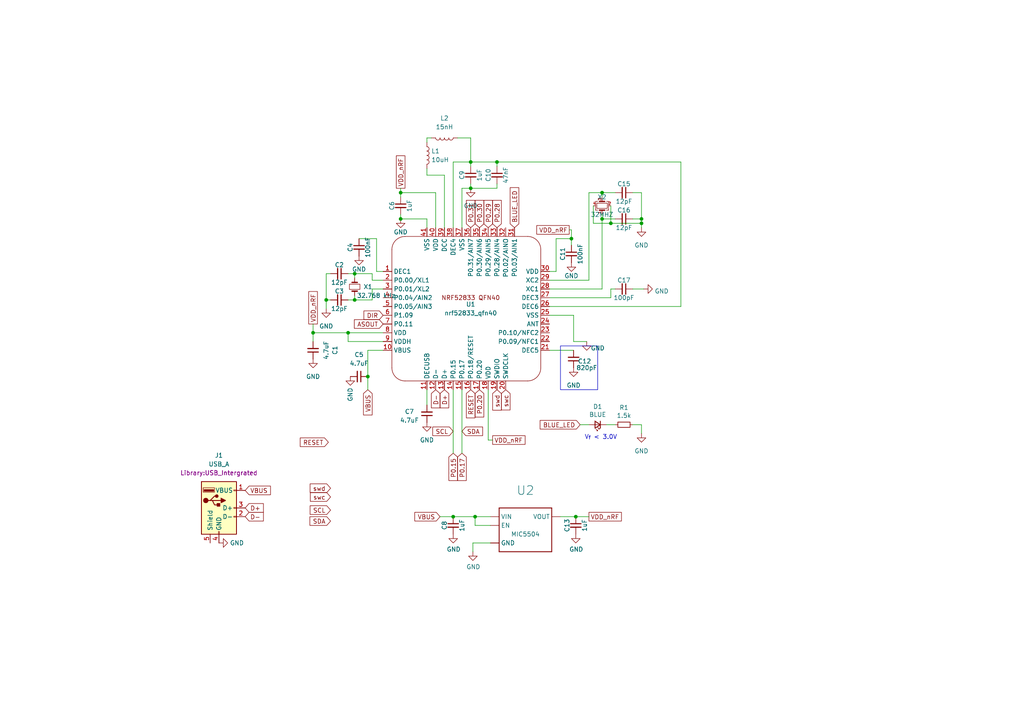
<source format=kicad_sch>
(kicad_sch (version 20231120) (generator "eeschema") (generator_version "8.0")
  (paper "A4")
  (title_block (title "ScrollKnobV3") (date "2022-07-18") (company "Tongtong.Inc"))
  (lib_symbols
    (symbol "C_Small_1" (pin_numbers hide) (pin_names (offset 0.254) hide)
      (property "Reference" "C" (at 0.254 1.778 0))
      (property "Value" "C_Small" (at 0.254 -2.032 0))
      (symbol "C_Small_1_0_1"
        (polyline (pts (xy -1.524 -0.508) (xy 1.524 -0.508)) (stroke (width 0.3302)))
        (polyline (pts (xy -1.524 0.508) (xy 1.524 0.508)) (stroke (width 0.3048)))
      )
      (symbol "C_Small_1_1_1"
        (pin passive line (at 0 2.54 270) (length 2.032) (name "~") (number "1"))
        (pin passive line (at 0 -2.54 90) (length 2.032) (name "~") (number "2"))
      )
    )
    (symbol "Connector:USB_A" (pin_names (offset 1.016))
      (property "Reference" "J" (at -5.08 11.43 0))
      (property "Value" "USB_A" (at -5.08 8.89 0))
      (property "Footprint" "Library:USB_Male_Midmount" (at 3.81 -1.27 0))
      (symbol "USB_A_0_1"
        (rectangle (start -5.08 -7.62) (end 5.08 7.62) (stroke (width 0.254)) (fill (type background)))
        (circle (center -3.81 2.159) (radius 0.635) (stroke (width 0.254)) (fill (type outline)))
        (rectangle (start -1.524 4.826) (end -4.318 5.334) (fill (type outline)))
        (rectangle (start -1.27 4.572) (end -4.572 5.842))
        (circle (center -0.635 3.429) (radius 0.381) (stroke (width 0.254)) (fill (type outline)))
        (rectangle (start -0.127 -7.62) (end 0.127 -6.858))
        (polyline (pts (xy -3.175 2.159) (xy -2.54 2.159) (xy -1.27 3.429) (xy -0.635 3.429)) (stroke (width 0.254)))
        (polyline (pts (xy -2.54 2.159) (xy -1.905 2.159) (xy -1.27 0.889) (xy 0 0.889)) (stroke (width 0.254)))
        (polyline (pts (xy 0.635 2.794) (xy 0.635 1.524) (xy 1.905 2.159) (xy 0.635 2.794)) (stroke (width 0.254)) (fill (type outline)))
        (rectangle (start 0.254 1.27) (end -0.508 0.508) (stroke (width 0.254)) (fill (type outline)))
        (rectangle (start 5.08 -2.667) (end 4.318 -2.413))
        (rectangle (start 5.08 -0.127) (end 4.318 0.127))
        (rectangle (start 5.08 4.953) (end 4.318 5.207))
      )
      (symbol "USB_A_1_1"
        (polyline (pts (xy -1.905 2.159) (xy 0.635 2.159)) (stroke (width 0.254)))
        (pin power_in line (at 7.62 5.08 180) (length 2.54) (name "VBUS") (number "1"))
        (pin bidirectional line (at 7.62 -2.54 180) (length 2.54) (name "D-") (number "2"))
        (pin bidirectional line (at 7.62 0 180) (length 2.54) (name "D+") (number "3"))
        (pin power_in line (at 0 -10.16 90) (length 2.54) (name "GND") (number "4"))
        (pin passive line (at -2.54 -10.16 90) (length 2.54) (name "Shield") (number "5"))
      )
    )
    (symbol "Device:C_Small" (pin_numbers hide) (pin_names (offset 0.254) hide)
      (property "Reference" "C" (at 0.254 1.778 0))
      (property "Value" "C_Small" (at 0.254 -2.032 0))
      (symbol "C_Small_0_1"
        (polyline (pts (xy -1.524 -0.508) (xy 1.524 -0.508)) (stroke (width 0.3302)))
        (polyline (pts (xy -1.524 0.508) (xy 1.524 0.508)) (stroke (width 0.3048)))
      )
      (symbol "C_Small_1_1"
        (pin passive line (at 0 2.54 270) (length 2.032) (name "~") (number "1"))
        (pin passive line (at 0 -2.54 90) (length 2.032) (name "~") (number "2"))
      )
    )
    (symbol "Device:Crystal_GND24_Small" (pin_names (offset 1.016) hide)
      (property "Reference" "Y" (at 1.27 4.445 0))
      (property "Value" "Crystal_GND24_Small" (at 1.27 2.54 0))
      (symbol "Crystal_GND24_Small_0_1"
        (rectangle (start -0.762 -1.524) (end 0.762 1.524))
        (polyline (pts (xy -1.27 -0.762) (xy -1.27 0.762)) (stroke (width 0.381)))
        (polyline (pts (xy 1.27 -0.762) (xy 1.27 0.762)) (stroke (width 0.381)))
        (polyline (pts (xy -1.27 -1.27) (xy -1.27 -1.905) (xy 1.27 -1.905) (xy 1.27 -1.27)))
        (polyline (pts (xy -1.27 1.27) (xy -1.27 1.905) (xy 1.27 1.905) (xy 1.27 1.27)))
      )
      (symbol "Crystal_GND24_Small_1_1"
        (pin passive line (at -2.54 0 0) (length 1.27) (name "1") (number "1"))
        (pin passive line (at 0 -2.54 90) (length 0.635) (name "2") (number "2"))
        (pin passive line (at 2.54 0 180) (length 1.27) (name "3") (number "3"))
        (pin passive line (at 0 2.54 270) (length 0.635) (name "4") (number "4"))
      )
    )
    (symbol "Device:Crystal_Small" (pin_numbers hide) (pin_names (offset 1.016) hide)
      (property "Reference" "Y" (at 0 2.54 0))
      (property "Value" "Crystal_Small" (at 0 -2.54 0))
      (symbol "Crystal_Small_0_1"
        (rectangle (start -0.762 -1.524) (end 0.762 1.524))
        (polyline (pts (xy -1.27 -0.762) (xy -1.27 0.762)) (stroke (width 0.381)))
        (polyline (pts (xy 1.27 -0.762) (xy 1.27 0.762)) (stroke (width 0.381)))
      )
      (symbol "Crystal_Small_1_1"
        (pin passive line (at -2.54 0 0) (length 1.27) (name "1") (number "1"))
        (pin passive line (at 2.54 0 180) (length 1.27) (name "2") (number "2"))
      )
    )
    (symbol "Device:L" (pin_numbers hide) (pin_names (offset 1.016) hide)
      (property "Reference" "L" (at -1.27 0 90))
      (property "Value" "L" (at 1.905 0 90))
      (symbol "L_0_1"
        (arc (start 0 -2.54) (mid 0.6323 -1.905) (end 0 -1.27))
        (arc (start 0 -1.27) (mid 0.6323 -0.635) (end 0 0))
        (arc (start 0 0) (mid 0.6323 0.635) (end 0 1.27))
        (arc (start 0 1.27) (mid 0.6323 1.905) (end 0 2.54))
      )
      (symbol "L_1_1"
        (pin passive line (at 0 3.81 270) (length 1.27) (name "1") (number "1"))
        (pin passive line (at 0 -3.81 90) (length 1.27) (name "2") (number "2"))
      )
    )
    (symbol "Device:LED_Small" (pin_numbers hide) (pin_names (offset 0.254) hide)
      (property "Reference" "D" (at -1.27 3.175 0))
      (property "Value" "LED_Small" (at -4.445 -2.54 0))
      (symbol "LED_Small_0_1"
        (polyline (pts (xy -0.762 -1.016) (xy -0.762 1.016)) (stroke (width 0.254)))
        (polyline (pts (xy 1.016 0) (xy -0.762 0)))
        (polyline (pts (xy 0.762 -1.016) (xy -0.762 0) (xy 0.762 1.016) (xy 0.762 -1.016)) (stroke (width 0.254)))
        (polyline (pts (xy 0 0.762) (xy -0.508 1.27) (xy -0.254 1.27) (xy -0.508 1.27) (xy -0.508 1.016)))
        (polyline (pts (xy 0.508 1.27) (xy 0 1.778) (xy 0.254 1.778) (xy 0 1.778) (xy 0 1.524)))
      )
      (symbol "LED_Small_1_1"
        (pin passive line (at -2.54 0 0) (length 1.778) (name "K") (number "1"))
        (pin passive line (at 2.54 0 180) (length 1.778) (name "A") (number "2"))
      )
    )
    (symbol "Device:R_Small" (pin_numbers hide) (pin_names (offset 0.254) hide)
      (property "Reference" "R" (at 0.762 0.508 0))
      (property "Value" "R_Small" (at 0.762 -1.016 0))
      (symbol "R_Small_0_1"
        (rectangle (start -0.762 1.778) (end 0.762 -1.778) (stroke (width 0.2032)))
      )
      (symbol "R_Small_1_1"
        (pin passive line (at 0 2.54 270) (length 0.762) (name "~") (number "1"))
        (pin passive line (at 0 -2.54 90) (length 0.762) (name "~") (number "2"))
      )
    )
    (symbol "ESP32-eagle-import:MIC5504"
      (property "Reference" "U4" (at 0 12.7 0))
      (property "Value" "MIC5504" (at 0 0 0))
      (symbol "MIC5504_1_0"
        (polyline (pts (xy -7.62 -5.08) (xy 7.62 -5.08)) (stroke (width 0.254)))
        (polyline (pts (xy -7.62 7.62) (xy -7.62 -5.08)) (stroke (width 0.254)))
        (polyline (pts (xy 7.62 -5.08) (xy 7.62 7.62)) (stroke (width 0.254)))
        (polyline (pts (xy 7.62 7.62) (xy -7.62 7.62)) (stroke (width 0.254)))
        (pin bidirectional line (at 10.16 5.08 180) (length 2.54) (name "VOUT") (number "1"))
        (pin bidirectional line (at -10.16 -2.54 0) (length 2.54) (name "GND") (number "2"))
        (pin bidirectional line (at -10.16 2.54 0) (length 2.54) (name "EN") (number "3"))
        (pin bidirectional line (at -10.16 5.08 0) (length 2.54) (name "VIN") (number "4"))
        (pin bidirectional line (at -10.16 -2.54 0) (length 2.54) (name "GND") (number "5"))
      )
    )
    (symbol "Library:nrf52833_qfn40"
      (property "Reference" "U" (at 2.54 5.08 0))
      (property "Value" "nrf52833_qfn40" (at 3.81 11.43 0))
      (symbol "nrf52833_qfn40_0_1"
        (arc (start -19.0499 -11.4299) (mid -17.934 -14.124) (end -15.2399 -15.2399))
        (arc (start -15.24 26.67) (mid -17.9341 25.5541) (end -19.05 22.86))
        (polyline (pts (xy -19.05 22.86) (xy -19.05 -11.43)))
        (polyline (pts (xy -15.24 26.67) (xy 20.32 26.67)))
        (polyline (pts (xy 20.32 -15.24) (xy -15.24 -15.24)))
        (polyline (pts (xy 24.13 -11.43) (xy 24.13 22.86)))
        (arc (start 20.32 -15.24) (mid 23.0141 -14.1241) (end 24.13 -11.43))
        (arc (start 24.13 22.86) (mid 23.0141 25.5541) (end 20.32 26.67))
        (text "NRF52833 QFN40" (at 3.81 8.89 0) (effects (font (size 1.27 1.27))))
      )
      (symbol "nrf52833_qfn40_1_1"
        (pin input line (at -21.59 16.51 0) (length 2.54) (name "DEC1") (number "1"))
        (pin input line (at -21.59 -6.35 0) (length 2.54) (name "VBUS") (number "10"))
        (pin input line (at -8.89 -17.78 90) (length 2.54) (name "DECUSB") (number "11"))
        (pin input line (at -6.35 -17.78 90) (length 2.54) (name "D-") (number "12"))
        (pin input line (at -3.81 -17.78 90) (length 2.54) (name "D+") (number "13"))
        (pin input line (at -1.27 -17.78 90) (length 2.54) (name "P0.15") (number "14"))
        (pin input line (at 1.27 -17.78 90) (length 2.54) (name "P0.17") (number "15"))
        (pin input line (at 3.81 -17.78 90) (length 2.54) (name "P0.18/RESET") (number "16"))
        (pin input line (at 6.35 -17.78 90) (length 2.54) (name "P0.20") (number "17"))
        (pin input line (at 8.89 -17.78 90) (length 2.54) (name "VDD") (number "18"))
        (pin input line (at 11.43 -17.78 90) (length 2.54) (name "SWDIO") (number "19"))
        (pin input line (at -21.59 13.97 0) (length 2.54) (name "P0.00/XL1") (number "2"))
        (pin input line (at 13.97 -17.78 90) (length 2.54) (name "SWDCLK") (number "20"))
        (pin input line (at 26.67 -6.35 180) (length 2.54) (name "DEC5") (number "21"))
        (pin input line (at 26.67 -3.81 180) (length 2.54) (name "P0.09/NFC1") (number "22"))
        (pin input line (at 26.67 -1.27 180) (length 2.54) (name "P0.10/NFC2") (number "23"))
        (pin input line (at 26.67 1.27 180) (length 2.54) (name "ANT") (number "24"))
        (pin input line (at 26.67 3.81 180) (length 2.54) (name "VSS") (number "25"))
        (pin input line (at 26.67 6.35 180) (length 2.54) (name "DEC6") (number "26"))
        (pin input line (at 26.67 8.89 180) (length 2.54) (name "DEC3") (number "27"))
        (pin input line (at 26.67 11.43 180) (length 2.54) (name "XC1") (number "28"))
        (pin input line (at 26.67 13.97 180) (length 2.54) (name "XC2") (number "29"))
        (pin input line (at -21.59 11.43 0) (length 2.54) (name "P0.01/XL2") (number "3"))
        (pin input line (at 26.67 16.51 180) (length 2.54) (name "VDD") (number "30"))
        (pin input line (at 16.51 29.21 270) (length 2.54) (name "P0.03/AIN1") (number "31"))
        (pin input line (at 13.97 29.21 270) (length 2.54) (name "P0.02/AINO") (number "32"))
        (pin input line (at 11.43 29.21 270) (length 2.54) (name "P0.28/AIN4") (number "33"))
        (pin input line (at 8.89 29.21 270) (length 2.54) (name "P0.29/AIN5") (number "34"))
        (pin input line (at 6.35 29.21 270) (length 2.54) (name "P0.30/AIN6") (number "35"))
        (pin input line (at 3.81 29.21 270) (length 2.54) (name "P0.31/AIN7") (number "36"))
        (pin input line (at 1.27 29.21 270) (length 2.54) (name "VSS") (number "37"))
        (pin input line (at -1.27 29.21 270) (length 2.54) (name "DEC4") (number "38"))
        (pin input line (at -3.81 29.21 270) (length 2.54) (name "DCC") (number "39"))
        (pin input line (at -21.59 8.89 0) (length 2.54) (name "P0.04/AIN2") (number "4"))
        (pin input line (at -6.35 29.21 270) (length 2.54) (name "VDD") (number "40"))
        (pin input line (at -8.89 29.21 270) (length 2.54) (name "VSS") (number "41"))
        (pin input line (at -21.59 6.35 0) (length 2.54) (name "P0.05/AIN3") (number "5"))
        (pin input line (at -21.59 3.81 0) (length 2.54) (name "P1.09") (number "6"))
        (pin input line (at -21.59 1.27 0) (length 2.54) (name "P0.11") (number "7"))
        (pin input line (at -21.59 -1.27 0) (length 2.54) (name "VDD") (number "8"))
        (pin input line (at -21.59 -3.81 0) (length 2.54) (name "VDDH") (number "9"))
      )
    )
    (symbol "nrfmicro-rescue:GND" (power) (pin_names (offset 0))
      (property "Value" "GND" (at 0 -3.81 0))
      (symbol "GND_0_1"
        (polyline (pts (xy 0 0) (xy 0 -1.27) (xy 1.27 -1.27) (xy 0 -2.54) (xy -1.27 -1.27) (xy 0 -1.27)))
      )
      (symbol "GND_1_1"
        (pin power_in line (at 0 0 270) (length 0) hide (name "GND") (number "1"))
      )
    )
    (symbol "power:GND" (power) (pin_names (offset 0))
      (property "Value" "GND" (at 0 -3.81 0))
      (symbol "GND_0_1"
        (polyline (pts (xy 0 0) (xy 0 -1.27) (xy 1.27 -1.27) (xy 0 -2.54) (xy -1.27 -1.27) (xy 0 -1.27)))
      )
      (symbol "GND_1_1"
        (pin power_in line (at 0 0 270) (length 0) hide (name "GND") (number "1"))
      )
    )
  )
  (junction (at 167.005 149.86))
  (junction (at 165.735 69.215))
  (junction (at 106.68 109.22))
  (junction (at 177.165 64.77))
  (junction (at 102.87 79.375))
  (junction (at 116.205 55.88))
  (junction (at 186.055 64.77))
  (junction (at 90.805 96.52))
  (junction (at 186.055 63.5))
  (junction (at 116.205 63.5))
  (junction (at 174.625 55.88))
  (junction (at 100.965 96.52))
  (junction (at 102.87 86.995))
  (junction (at 137.795 149.86))
  (junction (at 174.625 63.5))
  (junction (at 136.525 46.99))
  (junction (at 94.615 86.995))
  (junction (at 144.145 46.99))
  (junction (at 136.525 54.61))
  (junction (at 131.445 149.86))
  (wire (pts (xy 100.965 86.995) (xy 102.87 86.995)))
  (wire (pts (xy 170.815 81.28) (xy 170.815 55.88)))
  (wire (pts (xy 197.485 46.99) (xy 144.145 46.99)))
  (wire (pts (xy 186.055 123.19) (xy 186.055 125.73)))
  (wire (pts (xy 186.055 64.77) (xy 186.055 66.04)))
  (wire (pts (xy 136.525 54.61) (xy 144.145 54.61)))
  (wire (pts (xy 102.87 79.375) (xy 102.87 80.645)))
  (wire (pts (xy 159.385 101.6) (xy 166.37 101.6)))
  (wire (pts (xy 177.165 83.82) (xy 177.165 86.36)))
  (wire (pts (xy 183.515 55.88) (xy 186.055 55.88)))
  (wire (pts (xy 106.68 109.22) (xy 106.68 101.6)))
  (wire (pts (xy 165.735 69.215) (xy 165.735 71.12)))
  (wire (pts (xy 137.795 149.86) (xy 142.24 149.86)))
  (wire (pts (xy 116.205 54.61) (xy 116.205 55.88)))
  (wire (pts (xy 178.435 83.82) (xy 177.165 83.82)))
  (wire (pts (xy 172.085 64.77) (xy 177.165 64.77)))
  (wire (pts (xy 159.385 83.82) (xy 174.625 83.82)))
  (wire (pts (xy 174.625 63.5) (xy 174.625 83.82)))
  (wire (pts (xy 123.825 40.005) (xy 123.825 41.275)))
  (wire (pts (xy 165.1 66.675) (xy 165.735 66.675)))
  (wire (pts (xy 174.625 62.23) (xy 174.625 63.5)))
  (wire (pts (xy 167.005 149.86) (xy 162.56 149.86)))
  (wire (pts (xy 100.965 99.06) (xy 100.965 96.52)))
  (wire (pts (xy 137.795 152.4) (xy 137.795 149.86)))
  (wire (pts (xy 136.525 46.99) (xy 136.525 40.005)))
  (wire (pts (xy 136.525 46.99) (xy 136.525 48.26)))
  (wire (pts (xy 136.525 46.99) (xy 131.445 46.99)))
  (wire (pts (xy 183.515 63.5) (xy 186.055 63.5)))
  (wire (pts (xy 133.985 54.61) (xy 136.525 54.61)))
  (wire (pts (xy 166.37 91.44) (xy 166.37 99.06)))
  (wire (pts (xy 177.165 86.36) (xy 159.385 86.36)))
  (wire (pts (xy 174.625 55.88) (xy 178.435 55.88)))
  (wire (pts (xy 159.385 88.9) (xy 197.485 88.9)))
  (wire (pts (xy 90.805 93.98) (xy 90.805 96.52)))
  (wire (pts (xy 123.825 48.895) (xy 123.825 50.8)))
  (wire (pts (xy 159.385 91.44) (xy 166.37 91.44)))
  (wire (pts (xy 165.735 66.675) (xy 165.735 69.215)))
  (wire (pts (xy 142.875 127.635) (xy 141.605 127.635)))
  (wire (pts (xy 102.87 85.725) (xy 102.87 86.995)))
  (wire (pts (xy 133.985 66.04) (xy 133.985 54.61)))
  (wire (pts (xy 116.205 63.5) (xy 123.825 63.5)))
  (wire (pts (xy 94.615 79.375) (xy 95.885 79.375)))
  (wire (pts (xy 109.22 78.74) (xy 111.125 78.74)))
  (wire (pts (xy 123.825 113.03) (xy 123.825 117.475)))
  (wire (pts (xy 159.385 81.28) (xy 170.815 81.28)))
  (wire (pts (xy 94.615 86.995) (xy 94.615 89.535)))
  (wire (pts (xy 94.615 79.375) (xy 94.615 86.995)))
  (wire (pts (xy 131.445 149.86) (xy 137.795 149.86)))
  (wire (pts (xy 107.95 79.375) (xy 102.87 79.375)))
  (wire (pts (xy 168.275 123.19) (xy 170.815 123.19)))
  (wire (pts (xy 170.815 149.86) (xy 167.005 149.86)))
  (wire (pts (xy 111.125 81.28) (xy 107.95 81.28)))
  (wire (pts (xy 90.805 96.52) (xy 90.805 99.06)))
  (wire (pts (xy 177.165 64.77) (xy 177.165 59.69)))
  (wire (pts (xy 159.385 78.74) (xy 161.29 78.74)))
  (wire (pts (xy 186.055 55.88) (xy 186.055 63.5)))
  (wire (pts (xy 100.965 96.52) (xy 111.125 96.52)))
  (wire (pts (xy 174.625 55.88) (xy 174.625 57.15)))
  (wire (pts (xy 166.37 99.06) (xy 170.18 99.06)))
  (wire (pts (xy 186.055 64.77) (xy 177.165 64.77)))
  (wire (pts (xy 144.145 54.61) (xy 144.145 53.34)))
  (wire (pts (xy 126.365 66.04) (xy 126.365 55.88)))
  (wire (pts (xy 127.635 149.86) (xy 131.445 149.86)))
  (wire (pts (xy 106.68 101.6) (xy 111.125 101.6)))
  (wire (pts (xy 94.615 86.995) (xy 95.885 86.995)))
  (wire (pts (xy 100.965 79.375) (xy 102.87 79.375)))
  (wire (pts (xy 170.815 55.88) (xy 174.625 55.88)))
  (wire (pts (xy 116.205 55.88) (xy 116.205 57.15)))
  (wire (pts (xy 106.68 113.03) (xy 106.68 109.22)))
  (wire (pts (xy 136.525 53.34) (xy 136.525 54.61)))
  (wire (pts (xy 107.95 86.995) (xy 102.87 86.995)))
  (wire (pts (xy 90.805 96.52) (xy 100.965 96.52)))
  (wire (pts (xy 144.145 46.99) (xy 136.525 46.99)))
  (wire (pts (xy 111.125 83.82) (xy 107.95 83.82)))
  (wire (pts (xy 144.145 46.99) (xy 144.145 48.26)))
  (wire (pts (xy 183.515 123.19) (xy 186.055 123.19)))
  (wire (pts (xy 116.205 62.23) (xy 116.205 63.5)))
  (wire (pts (xy 109.22 69.215) (xy 109.22 78.74)))
  (wire (pts (xy 175.895 123.19) (xy 178.435 123.19)))
  (wire (pts (xy 123.825 66.04) (xy 123.825 63.5)))
  (wire (pts (xy 161.29 78.74) (xy 161.29 69.215)))
  (wire (pts (xy 174.625 63.5) (xy 178.435 63.5)))
  (wire (pts (xy 133.985 131.445) (xy 133.985 113.03)))
  (wire (pts (xy 104.14 69.215) (xy 109.22 69.215)))
  (wire (pts (xy 137.16 160.02) (xy 137.16 157.48)))
  (wire (pts (xy 142.24 152.4) (xy 137.795 152.4)))
  (wire (pts (xy 172.085 59.69) (xy 172.085 64.77)))
  (wire (pts (xy 141.605 113.03) (xy 141.605 127.635)))
  (wire (pts (xy 186.69 83.82) (xy 183.515 83.82)))
  (wire (pts (xy 107.95 83.82) (xy 107.95 86.995)))
  (wire (pts (xy 186.055 63.5) (xy 186.055 64.77)))
  (wire (pts (xy 136.525 40.005) (xy 132.715 40.005)))
  (wire (pts (xy 125.095 40.005) (xy 123.825 40.005)))
  (wire (pts (xy 161.29 69.215) (xy 165.735 69.215)))
  (wire (pts (xy 111.125 99.06) (xy 100.965 99.06)))
  (wire (pts (xy 131.445 46.99) (xy 131.445 66.04)))
  (wire (pts (xy 116.205 55.88) (xy 126.365 55.88)))
  (wire (pts (xy 107.95 81.28) (xy 107.95 79.375)))
  (wire (pts (xy 123.825 50.8) (xy 128.905 50.8)))
  (wire (pts (xy 197.485 88.9) (xy 197.485 46.99)))
  (wire (pts (xy 137.16 157.48) (xy 142.24 157.48)))
  (wire (pts (xy 131.445 131.445) (xy 131.445 113.03)))
  (wire (pts (xy 128.905 50.8) (xy 128.905 66.04)))
  (rectangle (start 162.56 100.33) (end 173.355 113.03))
  (text "V_{f} < 3.0V" (at 169.545 127.635 0) (effects (font (size 1.27 1.27)) (justify left bottom)))
  (global_label "swc" (shape input) (at 95.885 144.145 180) (property "Intersheetrefs" "${INTERSHEET_REFS}" (effects (hide yes))))
  (global_label "SDA" (shape input) (at 95.885 151.13 180) (property "Intersheetrefs" "${INTERSHEET_REFS}" (effects (hide yes))))
  (global_label "VBUS" (shape input) (at 71.12 142.24 0) (property "Intersheetrefs" "${INTERSHEET_REFS}" (effects (hide yes))))
  (global_label "RESET" (shape input) (at 136.525 113.03 270) (property "Intersheetrefs" "${INTERSHEET_REFS}" (effects (hide yes))))
  (global_label "SCL" (shape input) (at 131.445 125.095 180) (property "Intersheetrefs" "${INTERSHEET_REFS}" (effects (hide yes))))
  (global_label "swc" (shape input) (at 146.685 113.03 270) (property "Intersheetrefs" "${INTERSHEET_REFS}" (effects (hide yes))))
  (global_label "P0.29" (shape input) (at 141.605 66.04 90) (property "Intersheetrefs" "${INTERSHEET_REFS}" (effects (hide yes))))
  (global_label "VBUS" (shape input) (at 106.68 113.03 270) (property "Intersheetrefs" "${INTERSHEET_REFS}" (effects (hide yes))))
  (global_label "DIR" (shape input) (at 111.125 91.44 180) (property "Intersheetrefs" "${INTERSHEET_REFS}" (effects (hide yes))))
  (global_label "D+" (shape input) (at 128.905 113.03 270) (property "Intersheetrefs" "${INTERSHEET_REFS}" (effects (hide yes))))
  (global_label "VDD_nRF" (shape passive) (at 90.805 93.98 90) (property "Intersheetrefs" "${INTERSHEET_REFS}" (effects (hide yes))))
  (global_label "ASOUT" (shape input) (at 111.125 93.98 180) (property "Intersheetrefs" "${INTERSHEET_REFS}" (effects (hide yes))))
  (global_label "D-" (shape input) (at 71.12 149.86 0) (property "Intersheetrefs" "${INTERSHEET_REFS}" (effects (hide yes))))
  (global_label "VBUS" (shape input) (at 127.635 149.86 180) (property "Intersheetrefs" "${INTERSHEET_REFS}" (effects (hide yes))))
  (global_label "D-" (shape input) (at 126.365 113.03 270) (property "Intersheetrefs" "${INTERSHEET_REFS}" (effects (hide yes))))
  (global_label "RESET" (shape input) (at 95.25 128.27 180) (property "Intersheetrefs" "${INTERSHEET_REFS}" (effects (hide yes))))
  (global_label "VDD_nRF" (shape passive) (at 116.205 54.61 90) (property "Intersheetrefs" "${INTERSHEET_REFS}" (effects (hide yes))))
  (global_label "SCL" (shape input) (at 95.885 147.955 180) (property "Intersheetrefs" "${INTERSHEET_REFS}" (effects (hide yes))))
  (global_label "VDD_nRF" (shape passive) (at 142.875 127.635 0) (property "Intersheetrefs" "${INTERSHEET_REFS}" (effects (hide yes))))
  (global_label "P0.20" (shape input) (at 139.065 113.03 270) (property "Intersheetrefs" "${INTERSHEET_REFS}" (effects (hide yes))))
  (global_label "P0.15" (shape input) (at 131.445 131.445 270) (property "Intersheetrefs" "${INTERSHEET_REFS}" (effects (hide yes))))
  (global_label "BLUE_LED" (shape input) (at 149.225 66.04 90) (property "Intersheetrefs" "${INTERSHEET_REFS}" (effects (hide yes))))
  (global_label "SDA" (shape input) (at 133.985 125.095 0) (property "Intersheetrefs" "${INTERSHEET_REFS}" (effects (hide yes))))
  (global_label "swd" (shape input) (at 144.145 113.03 270) (property "Intersheetrefs" "${INTERSHEET_REFS}" (effects (hide yes))))
  (global_label "P0.17" (shape input) (at 133.985 131.445 270) (property "Intersheetrefs" "${INTERSHEET_REFS}" (effects (hide yes))))
  (global_label "BLUE_LED" (shape input) (at 168.275 123.19 180) (property "Intersheetrefs" "${INTERSHEET_REFS}" (effects (hide yes))))
  (global_label "swd" (shape input) (at 95.885 141.605 180) (property "Intersheetrefs" "${INTERSHEET_REFS}" (effects (hide yes))))
  (global_label "VDD_nRF" (shape passive) (at 170.815 149.86 0) (property "Intersheetrefs" "${INTERSHEET_REFS}" (effects (hide yes))))
  (global_label "D+" (shape input) (at 71.12 147.32 0) (property "Intersheetrefs" "${INTERSHEET_REFS}" (effects (hide yes))))
  (global_label "P0.28" (shape input) (at 144.145 66.04 90) (property "Intersheetrefs" "${INTERSHEET_REFS}" (effects (hide yes))))
  (global_label "P0.30" (shape input) (at 139.065 66.04 90) (property "Intersheetrefs" "${INTERSHEET_REFS}" (effects (hide yes))))
  (global_label "P0.31" (shape input) (at 136.525 66.04 90) (property "Intersheetrefs" "${INTERSHEET_REFS}" (effects (hide yes))))
  (global_label "VDD_nRF" (shape passive) (at 165.1 66.675 180) (property "Intersheetrefs" "${INTERSHEET_REFS}" (effects (hide yes))))
  (symbol (lib_id "power:GND") (at 104.14 74.295 0) (unit 1)
    (property "Reference" "#PWR08" (effects (hide yes)))
    (property "Value" "GND" (at 104.14 78.105 0))
  )
  (symbol (lib_id "power:GND") (at 123.825 122.555 0) (unit 1)
    (property "Reference" "#PWR011" (effects (hide yes)))
    (property "Value" "GND" (at 123.825 127.635 0))
  )
  (symbol (lib_id "Device:C_Small") (at 123.825 120.015 180) (unit 1)
    (property "Reference" "C7" (at 118.745 119.38 0))
    (property "Value" "4.7uF" (at 118.745 121.92 0))
    (property "Footprint" "Library:Capacitor-0201" (effects (hide yes)))
    (property "ID" "16" (effects (hide yes)))
  )
  (symbol (lib_id "power:GND") (at 186.69 83.82 90) (unit 1)
    (property "Reference" "#PWR021" (effects (hide yes)))
    (property "Value" "GND" (at 189.865 84.455 90) (effects (justify right)))
  )
  (symbol (lib_id "power:GND") (at 166.37 106.68 0) (unit 1)
    (property "Reference" "#PWR016" (effects (hide yes)))
    (property "Value" "GND" (at 166.37 111.76 0))
  )
  (symbol (lib_id "Device:C_Small") (at 144.145 50.8 0) (unit 1)
    (property "Reference" "C10" (at 141.605 50.8 90))
    (property "Value" "47nF" (at 146.685 50.8 90))
    (property "Footprint" "Library:Capacitor-0201" (effects (hide yes)))
    (property "ID" "55" (effects (hide yes)))
  )
  (symbol (lib_id "power:GND") (at 94.615 89.535 0) (unit 1)
    (property "Reference" "#PWR04" (effects (hide yes)))
    (property "Value" "GND" (at 94.615 94.615 0))
  )
  (symbol (lib_name "C_Small_1") (lib_id "Device:C_Small") (at 98.425 86.995 270) (unit 1)
    (property "Reference" "C3" (at 98.425 84.455 90))
    (property "Value" "12pF" (at 98.425 89.535 90))
    (property "Footprint" "Library:Capacitor-0201" (effects (hide yes)))
    (property "ID" "17" (effects (hide yes)))
  )
  (symbol (lib_id "Device:L") (at 123.825 45.085 0) (unit 1)
    (property "Reference" "L1" (at 125.095 43.8149 0) (effects (justify left)))
    (property "Value" "10uH" (at 125.095 46.3549 0) (effects (justify left)))
    (property "Footprint" "Inductor_SMD:L_0402_1005Metric" (effects (hide yes)))
    (property "ID" "57" (effects (hide yes)))
  )
  (symbol (lib_id "power:GND") (at 90.805 104.14 0) (unit 1)
    (property "Reference" "#PWR03" (effects (hide yes)))
    (property "Value" "GND" (at 90.805 109.22 0))
  )
  (symbol (lib_id "Library:nrf52833_qfn40") (at 132.715 95.25 0) (unit 1)
    (property "Reference" "U1" (at 136.525 88.265 0))
    (property "Value" "nrf52833_qfn40" (at 136.525 90.805 0))
    (property "Footprint" "Library:QFN-40-1EP_5x5mm_P0.4mm_EP3.6x3.6mm" (effects (hide yes)))
    (property "ID" "107" (effects (hide yes)))
  )
  (symbol (lib_id "Device:C_Small") (at 90.805 101.6 180) (unit 1)
    (property "Reference" "C1" (at 97.155 101.6 90))
    (property "Value" "4.7uF" (at 94.615 101.6 90))
    (property "Footprint" "Library:Capacitor-0201" (effects (hide yes)))
    (property "ID" "16" (effects (hide yes)))
  )
  (symbol (lib_id "power:GND") (at 136.525 54.61 0) (unit 1)
    (property "Reference" "#PWR013" (effects (hide yes)))
    (property "Value" "GND" (at 136.525 59.69 0))
  )
  (symbol (lib_id "Device:C_Small") (at 180.975 55.88 270) (unit 1)
    (property "Reference" "C15" (at 180.975 53.34 90))
    (property "Value" "12pF" (at 180.975 58.42 90))
    (property "Footprint" "Library:Capacitor-0201" (effects (hide yes)))
    (property "ID" "17" (effects (hide yes)))
  )
  (symbol (lib_id "power:GND") (at 101.6 109.22 0) (unit 1)
    (property "Reference" "#PWR06" (effects (hide yes)))
    (property "Value" "GND" (at 101.5999 112.395 90) (effects (justify right)))
  )
  (symbol (lib_id "power:GND") (at 186.055 125.73 0) (unit 1)
    (property "Reference" "#PWR020" (effects (hide yes)))
    (property "Value" "GND" (at 186.055 130.81 0))
  )
  (symbol (lib_id "power:GND") (at 63.5 157.48 90) (unit 1)
    (property "Reference" "#PWR019" (effects (hide yes)))
    (property "Value" "GND" (at 66.675 157.4799 90) (effects (justify right)))
  )
  (symbol (lib_id "power:GND") (at 165.735 76.2 0) (unit 1)
    (property "Reference" "#PWR015" (effects (hide yes)))
    (property "Value" "GND" (at 165.735 80.01 0))
  )
  (symbol (lib_id "Device:C_Small") (at 180.975 63.5 270) (unit 1)
    (property "Reference" "C16" (at 180.975 60.96 90))
    (property "Value" "12pF" (at 180.975 66.04 90))
    (property "Footprint" "Library:Capacitor-0201" (effects (hide yes)))
    (property "ID" "17" (effects (hide yes)))
  )
  (symbol (lib_id "Device:C_Small") (at 104.14 71.755 0) (unit 1)
    (property "Reference" "C4" (at 101.6 71.755 90))
    (property "Value" "100nF" (at 106.68 71.755 90))
    (property "Footprint" "Library:Capacitor-0201" (effects (hide yes)))
    (property "ID" "21" (effects (hide yes)))
  )
  (symbol (lib_id "Device:R_Small") (at 180.975 123.19 270) (unit 1)
    (property "Reference" "R1" (at 180.975 118.2116 90))
    (property "Value" "1.5k" (at 180.975 120.523 90))
    (property "Footprint" "Library:Resistor_0402_1005M-nosilk" (effects (hide yes)))
    (property "LCSC Part" "C114759" (effects (hide yes)))
    (property "Manufacturer Part" "RC0402FR-071K5L" (effects (hide yes)))
    (property "JLC Part" "C25867" (effects (hide yes)))
    (property "ID" "27" (effects (hide yes)))
  )
  (symbol (lib_id "Device:C_Small") (at 180.975 83.82 270) (unit 1)
    (property "Reference" "C17" (at 180.975 81.28 90))
    (property "Value" "100pF" (at 180.975 86.36 90))
    (property "Footprint" "Library:Capacitor-0201" (effects (hide yes)))
    (property "ID" "56" (effects (hide yes)))
  )
  (symbol (lib_id "Device:Crystal_Small") (at 102.87 83.185 270) (unit 1)
    (property "Reference" "X1" (at 105.41 83.185 90) (effects (justify left)))
    (property "Value" "32.768 kHz" (at 103.505 85.725 90) (effects (justify left)))
    (property "Footprint" "Library:Crystal_SMD_2012-2Pin_2.0x1.2mm" (effects (hide yes)))
    (property "ID" "43" (effects (hide yes)))
  )
  (symbol (lib_id "power:GND") (at 116.205 63.5 0) (unit 1)
    (property "Reference" "#PWR010" (effects (hide yes)))
    (property "Value" "GND" (at 116.205 67.31 0))
  )
  (symbol (lib_id "Device:C_Small") (at 98.425 79.375 270) (unit 1)
    (property "Reference" "C2" (at 98.425 76.835 90))
    (property "Value" "12pF" (at 98.425 81.915 90))
    (property "Footprint" "Library:Capacitor-0201" (effects (hide yes)))
    (property "ID" "17" (effects (hide yes)))
  )
  (symbol (lib_id "Device:C_Small") (at 165.735 73.66 0) (unit 1)
    (property "Reference" "C11" (at 163.195 73.66 90))
    (property "Value" "100nF" (at 168.275 73.66 90))
    (property "Footprint" "Library:Capacitor-0201" (effects (hide yes)))
    (property "ID" "21" (effects (hide yes)))
  )
  (symbol (lib_id "ESP32-eagle-import:MIC5504") (at 152.4 154.94 0) (unit 1)
    (property "Reference" "U2" (at 152.4 142.24 0) (effects (font (size 2.54 2.54))))
    (property "Value" "MIC5504" (at 152.4 154.94 0))
    (property "Footprint" "Library:TDFN-4" (effects (hide yes)))
  )
  (symbol (lib_id "Connector:USB_A") (at 63.5 147.32 0) (unit 1)
    (property "Reference" "J1" (at 63.5 132.08 0))
    (property "Value" "USB_A" (at 63.5 134.62 0))
    (property "Footprint" "Library:USB_Intergrated" (at 63.5 137.16 0))
    (property "Datasheet" " ~" (effects (hide yes)))
  )
  (symbol (lib_id "Device:C_Small") (at 166.37 104.14 180) (unit 1)
    (property "Reference" "C12" (at 169.545 104.775 0))
    (property "Value" "820pF" (at 170.18 106.68 0))
    (property "Footprint" "Library:Capacitor-0201" (effects (hide yes)))
    (property "ID" "26" (effects (hide yes)))
  )
  (symbol (lib_id "Device:LED_Small") (at 173.355 123.19 180) (unit 1)
    (property "Reference" "D1" (at 173.355 117.9322 0))
    (property "Value" "BLUE" (at 173.355 120.2436 0))
    (property "Footprint" "LED_SMD:LED_0402_1005Metric" (effects (hide yes)))
    (property "ID" "90" (effects (hide yes)))
  )
  (symbol (lib_id "power:GND") (at 170.18 99.06 0) (unit 1)
    (property "Reference" "#PWR017" (effects (hide yes)))
    (property "Value" "GND" (at 173.355 100.965 0))
  )
  (symbol (lib_id "Device:C_Small") (at 104.14 109.22 270) (unit 1)
    (property "Reference" "C5" (at 104.14 102.87 90))
    (property "Value" "4.7uF" (at 104.14 105.41 90))
    (property "Footprint" "Library:Capacitor-0201" (effects (hide yes)))
    (property "ID" "16" (effects (hide yes)))
  )
  (symbol (lib_id "Device:C_Small") (at 136.525 50.8 0) (unit 1)
    (property "Reference" "C9" (at 133.985 50.8 90))
    (property "Value" "1uF" (at 139.065 50.8 90))
    (property "Footprint" "Library:Capacitor-0201" (effects (hide yes)))
    (property "ID" "30" (effects (hide yes)))
  )
  (symbol (lib_id "Device:C_Small") (at 116.205 59.69 0) (unit 1)
    (property "Reference" "C6" (at 113.665 59.69 90))
    (property "Value" "1uF" (at 118.745 59.69 90))
    (property "Footprint" "Library:Capacitor-0201" (effects (hide yes)))
    (property "ID" "30" (effects (hide yes)))
  )
  (symbol (lib_id "nrfmicro-rescue:GND") (at 137.16 160.02 0) (unit 1)
    (property "Reference" "#PWR034" (effects (hide yes)))
    (property "Value" "GND" (at 137.287 164.4142 0))
  )
  (symbol (lib_id "nrfmicro-rescue:GND") (at 131.445 154.94 0) (unit 1)
    (property "Reference" "#PWR032" (effects (hide yes)))
    (property "Value" "GND" (at 131.572 159.3342 0))
  )
  (symbol (lib_id "nrfmicro-rescue:GND") (at 167.005 154.94 0) (unit 1)
    (property "Reference" "#PWR037" (effects (hide yes)))
    (property "Value" "GND" (at 167.132 159.3342 0))
  )
  (symbol (lib_id "Device:Crystal_GND24_Small") (at 174.625 59.69 90) (unit 1)
    (property "Reference" "X2" (at 174.625 57.15 90))
    (property "Value" "32MHZ" (at 174.625 62.23 90))
    (property "Footprint" "Library:Crystal_SMD_2016-4Pin_2.0x1.6mm" (effects (hide yes)))
    (property "ID" "42" (effects (hide yes)))
  )
  (symbol (lib_id "Device:C_Small") (at 167.005 152.4 0) (unit 1)
    (property "Reference" "C13" (at 164.465 152.4 90))
    (property "Value" "1uF" (at 169.545 152.4 90))
    (property "Footprint" "Library:Capacitor-0201" (effects (hide yes)))
    (property "ID" "30" (effects (hide yes)))
  )
  (symbol (lib_id "power:GND") (at 186.055 66.04 0) (unit 1)
    (property "Reference" "#PWR018" (effects (hide yes)))
    (property "Value" "GND" (at 186.055 71.12 0))
  )
  (symbol (lib_id "Device:C_Small") (at 131.445 152.4 0) (unit 1)
    (property "Reference" "C8" (at 128.905 152.4 90))
    (property "Value" "1uF" (at 133.985 152.4 90))
    (property "Footprint" "Library:Capacitor-0201" (effects (hide yes)))
    (property "ID" "30" (effects (hide yes)))
  )
  (symbol (lib_id "Device:L") (at 128.905 40.005 270) (unit 1)
    (property "Reference" "L2" (at 128.905 34.29 90))
    (property "Value" "15nH" (at 128.905 36.83 90))
    (property "Footprint" "Inductor_SMD:L_0402_1005Metric" (effects (hide yes)))
    (property "ID" "11" (effects (hide yes)))
  )
)
</source>
